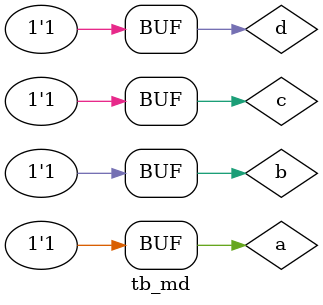
<source format=v>
module tb_md ();

reg a,b,c,d;
wire out,equal;

// majority_detector_3 m(out,equal,a,b,c);
majority_detector_4 m(out,equal,a,b,c,d);

initial begin
    $monitor($time, " out = %b, equal = %b, a,b,c,d = %b %b %b %b",out,equal,a,b,c,d);
    {a,b,c,d} = 4'b0000;
    repeat (15)
    begin
        {a,b,c,d} = {a,b,c,d} + 1'b1;
        #1;
    end

end

endmodule
</source>
